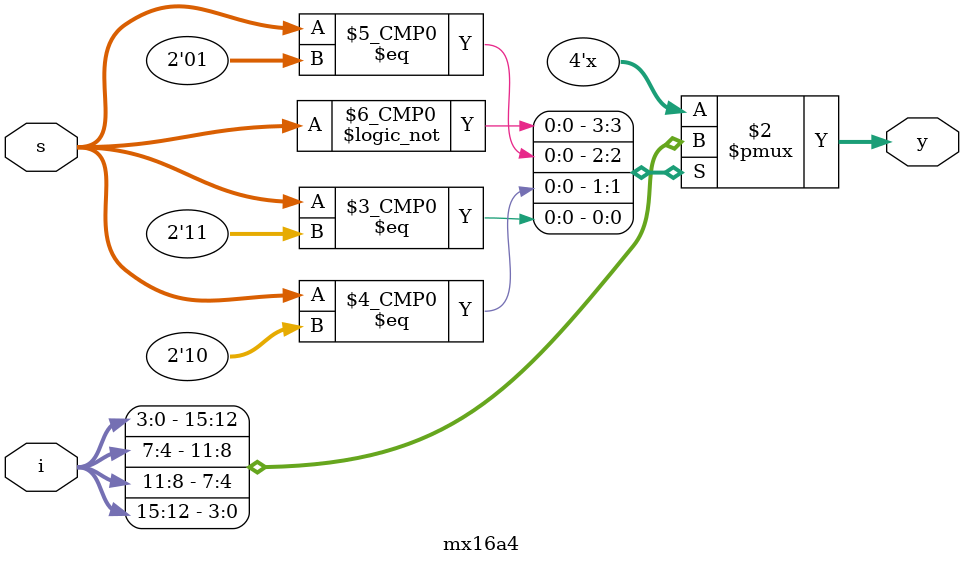
<source format=v>
`timescale 1ns / 1ps
module mx16a4(
    input [15:0] i,
    input [1:0] s,
    output reg [3:0] y
    );
	always @(*)
		case(s)
			0: y = i[3:0];  //Si los selectores s=0(00) Y[3:0]=i[3:0]
			1: y = i[7:4];	//Si los selectores s=1(01) Y[3:0]=i[7:4]
			2: y = i[11:8];	//Si los selectores s=2(10) Y[3:0]=i[11:8]
			3: y = i[15:12];	//Si los selectores s=3(11) Y[3:0]=i[3:0]
			default: y = i[3:0];
		endcase

endmodule

</source>
